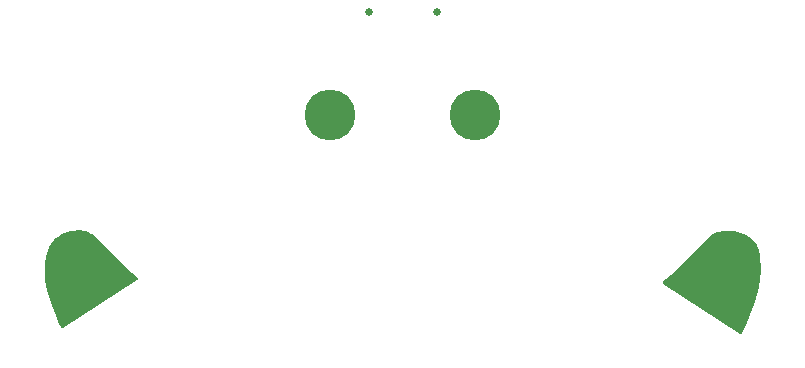
<source format=gbs>
%TF.GenerationSoftware,KiCad,Pcbnew,(6.0.6)*%
%TF.CreationDate,2022-10-05T22:33:56-05:00*%
%TF.ProjectId,Halloween_Ghost_v1,48616c6c-6f77-4656-956e-5f47686f7374,rev?*%
%TF.SameCoordinates,Original*%
%TF.FileFunction,Soldermask,Bot*%
%TF.FilePolarity,Negative*%
%FSLAX46Y46*%
G04 Gerber Fmt 4.6, Leading zero omitted, Abs format (unit mm)*
G04 Created by KiCad (PCBNEW (6.0.6)) date 2022-10-05 22:33:56*
%MOMM*%
%LPD*%
G01*
G04 APERTURE LIST*
%ADD10C,4.300000*%
%ADD11C,0.650000*%
G04 APERTURE END LIST*
D10*
X142900000Y-70600000D03*
D11*
X139690000Y-61903000D03*
X133910000Y-61903000D03*
D10*
X130600000Y-70600000D03*
G36*
X109483759Y-80397001D02*
G01*
X109852622Y-80448107D01*
X109872726Y-80452592D01*
X110210410Y-80557542D01*
X110242501Y-80572758D01*
X110596864Y-80807030D01*
X110609436Y-80816521D01*
X111168897Y-81296657D01*
X111176071Y-81303315D01*
X112581817Y-82713400D01*
X112582073Y-82713658D01*
X113879102Y-84022232D01*
X113883305Y-84026104D01*
X114317550Y-84391188D01*
X114356819Y-84450335D01*
X114357878Y-84521324D01*
X114320389Y-84581616D01*
X114304474Y-84593702D01*
X108022713Y-88621321D01*
X107954571Y-88641251D01*
X107886472Y-88621177D01*
X107841728Y-88571038D01*
X107611168Y-88104119D01*
X107606347Y-88093049D01*
X106912302Y-86264731D01*
X106908666Y-86253625D01*
X106678433Y-85421820D01*
X106676234Y-85412515D01*
X106523401Y-84635113D01*
X106521707Y-84623808D01*
X106447148Y-83905083D01*
X106446477Y-83891442D01*
X106449820Y-83233537D01*
X106450978Y-83217121D01*
X106532211Y-82622542D01*
X106536328Y-82603514D01*
X106694689Y-82073705D01*
X106703004Y-82052864D01*
X106938216Y-81588396D01*
X106951371Y-81567701D01*
X107263827Y-81168166D01*
X107280840Y-81150326D01*
X107546350Y-80921584D01*
X107563703Y-80909036D01*
X107876851Y-80720909D01*
X107901138Y-80709637D01*
X108640700Y-80457905D01*
X108672436Y-80451497D01*
X109457603Y-80396121D01*
X109483759Y-80397001D01*
G37*
G36*
X164836624Y-80428756D02*
G01*
X164869561Y-80433768D01*
X165625120Y-80653980D01*
X165657574Y-80668686D01*
X166286226Y-81069270D01*
X166309442Y-81088304D01*
X166552306Y-81341468D01*
X166566186Y-81358755D01*
X166759338Y-81648196D01*
X166771591Y-81671518D01*
X166810203Y-81768473D01*
X166816824Y-81839160D01*
X166784177Y-81902205D01*
X166729526Y-81935724D01*
X160093969Y-83936960D01*
X160022974Y-83937480D01*
X159962969Y-83899534D01*
X159933004Y-83835171D01*
X159942593Y-83764825D01*
X159976199Y-83720140D01*
X159997509Y-83702109D01*
X160002252Y-83697654D01*
X161003686Y-82654833D01*
X161004603Y-82653889D01*
X162153526Y-81482234D01*
X162159632Y-81476410D01*
X162880029Y-80834024D01*
X162902452Y-80818058D01*
X163410015Y-80534603D01*
X163446847Y-80521036D01*
X163975406Y-80415804D01*
X164002328Y-80413400D01*
X164836624Y-80428756D01*
G37*
G36*
X166660939Y-81502743D02*
G01*
X166671127Y-81516010D01*
X166759338Y-81648196D01*
X166771591Y-81671518D01*
X166924045Y-82054332D01*
X166930177Y-82074492D01*
X167034307Y-82559340D01*
X167036960Y-82579523D01*
X167097019Y-83783999D01*
X167096496Y-83803336D01*
X166956382Y-85147629D01*
X166953127Y-85165807D01*
X166617791Y-86476082D01*
X166612677Y-86491727D01*
X165858948Y-88371841D01*
X165852140Y-88386147D01*
X165465894Y-89081391D01*
X165415327Y-89131225D01*
X165345844Y-89145810D01*
X165286585Y-89125519D01*
X158840963Y-84892573D01*
X158795003Y-84838461D01*
X158785594Y-84768091D01*
X158815724Y-84703804D01*
X158828739Y-84691067D01*
X159026296Y-84523903D01*
X159033559Y-84518201D01*
X159176785Y-84414002D01*
X159181990Y-84409774D01*
X159480237Y-84139891D01*
X159483390Y-84137131D01*
X159997518Y-83702100D01*
X160002252Y-83697654D01*
X160335766Y-83350358D01*
X160390265Y-83316999D01*
X166529939Y-81465317D01*
X166600934Y-81464797D01*
X166660939Y-81502743D01*
G37*
M02*

</source>
